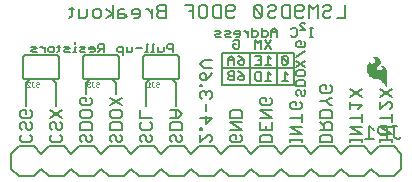
<source format=gbr>
G04 EAGLE Gerber RS-274X export*
G75*
%MOMM*%
%FSLAX34Y34*%
%LPD*%
%INSilkscreen Bottom*%
%IPPOS*%
%AMOC8*
5,1,8,0,0,1.08239X$1,22.5*%
G01*
%ADD10C,0.177800*%
%ADD11C,0.203200*%
%ADD12C,0.127000*%
%ADD13C,0.152400*%
%ADD14C,0.025400*%

G36*
X318115Y75890D02*
X318115Y75890D01*
X318115Y89690D01*
X318115Y89691D01*
X318015Y90491D01*
X317815Y91191D01*
X317814Y91192D01*
X317814Y91193D01*
X317214Y92193D01*
X317213Y92193D01*
X317213Y92194D01*
X316713Y92594D01*
X316313Y92894D01*
X316312Y92894D01*
X316312Y92895D01*
X315812Y93095D01*
X315811Y93094D01*
X315811Y93095D01*
X315311Y93195D01*
X314711Y93295D01*
X314710Y93295D01*
X313510Y93295D01*
X313509Y93294D01*
X313508Y93294D01*
X313108Y93094D01*
X313107Y93094D01*
X313107Y93092D01*
X313105Y93088D01*
X313107Y93088D01*
X313106Y93086D01*
X313206Y92986D01*
X313208Y92986D01*
X313608Y92786D01*
X313608Y92785D01*
X313907Y92686D01*
X314106Y92486D01*
X314306Y92286D01*
X314506Y92087D01*
X314605Y91789D01*
X314605Y91391D01*
X314506Y91092D01*
X314306Y90793D01*
X313707Y90194D01*
X313209Y89995D01*
X312710Y89895D01*
X311911Y89895D01*
X311112Y90095D01*
X310513Y90494D01*
X310114Y90993D01*
X309915Y91591D01*
X309915Y92289D01*
X310214Y93087D01*
X310914Y93786D01*
X310914Y93787D01*
X311714Y94687D01*
X312414Y95487D01*
X312414Y95488D01*
X312914Y96388D01*
X312914Y96389D01*
X312915Y96389D01*
X313115Y97289D01*
X313115Y97290D01*
X313115Y98090D01*
X313114Y98091D01*
X313115Y98092D01*
X312815Y98992D01*
X312814Y98992D01*
X312814Y98993D01*
X312314Y99793D01*
X312313Y99793D01*
X312313Y99794D01*
X311413Y100494D01*
X311412Y100494D01*
X310312Y101094D01*
X310311Y101094D01*
X310311Y101095D01*
X309211Y101295D01*
X309210Y101295D01*
X308210Y101295D01*
X308209Y101295D01*
X307309Y101095D01*
X307308Y101094D01*
X305908Y100394D01*
X305907Y100394D01*
X305507Y100094D01*
X305506Y100094D01*
X305406Y99994D01*
X305406Y99992D01*
X305405Y99991D01*
X305406Y99989D01*
X305406Y99987D01*
X305408Y99987D01*
X305410Y99985D01*
X305510Y99985D01*
X305511Y99986D01*
X305512Y99986D01*
X305711Y100085D01*
X306309Y100085D01*
X306709Y99985D01*
X307208Y99885D01*
X307607Y99686D01*
X308006Y99387D01*
X308206Y99088D01*
X308305Y98888D01*
X308405Y98589D01*
X308405Y97991D01*
X308305Y97592D01*
X308106Y97293D01*
X307906Y96993D01*
X307307Y96394D01*
X306907Y96094D01*
X306608Y95894D01*
X306208Y95695D01*
X305409Y95495D01*
X305111Y95495D01*
X304813Y95594D01*
X304514Y95893D01*
X304415Y96092D01*
X304315Y96391D01*
X304315Y97290D01*
X304314Y97291D01*
X304315Y97292D01*
X304313Y97293D01*
X304311Y97295D01*
X304309Y97294D01*
X304307Y97294D01*
X303507Y96794D01*
X303507Y96793D01*
X303506Y96793D01*
X302706Y95893D01*
X302006Y94793D01*
X302006Y94792D01*
X302005Y94792D01*
X301505Y93292D01*
X301505Y93291D01*
X301205Y91691D01*
X301206Y91690D01*
X301205Y91690D01*
X301305Y89990D01*
X301306Y89989D01*
X301305Y89989D01*
X301805Y88089D01*
X301806Y88088D01*
X302806Y86288D01*
X302806Y86287D01*
X303506Y85387D01*
X303507Y85387D01*
X303506Y85386D01*
X304306Y84586D01*
X304307Y84586D01*
X305107Y83886D01*
X306107Y83286D01*
X306108Y83286D01*
X306108Y83285D01*
X307108Y82885D01*
X307109Y82886D01*
X307109Y82885D01*
X308209Y82585D01*
X309409Y82385D01*
X309410Y82385D01*
X311310Y82385D01*
X311908Y82285D01*
X312407Y81986D01*
X312907Y81686D01*
X313906Y80686D01*
X314506Y79987D01*
X315106Y79287D01*
X315106Y79286D01*
X316306Y78087D01*
X316806Y77487D01*
X316807Y77487D01*
X316806Y77486D01*
X317306Y76987D01*
X317606Y76487D01*
X317607Y76487D01*
X317606Y76486D01*
X318105Y75988D01*
X318105Y75890D01*
X318109Y75885D01*
X318115Y75890D01*
G37*
D10*
X312674Y28829D02*
X312674Y32049D01*
X312674Y30439D02*
X322334Y30439D01*
X322334Y28829D02*
X322334Y32049D01*
X322334Y35845D02*
X312674Y35845D01*
X312674Y42286D02*
X322334Y35845D01*
X322334Y42286D02*
X312674Y42286D01*
X312674Y49590D02*
X322334Y49590D01*
X322334Y46370D02*
X322334Y52810D01*
X312674Y56895D02*
X312674Y63335D01*
X312674Y56895D02*
X319114Y63335D01*
X320724Y63335D01*
X322334Y61725D01*
X322334Y58505D01*
X320724Y56895D01*
X322334Y67419D02*
X312674Y73859D01*
X312674Y67419D02*
X322334Y73859D01*
X287274Y32049D02*
X287274Y28829D01*
X287274Y30439D02*
X296934Y30439D01*
X296934Y28829D02*
X296934Y32049D01*
X296934Y35845D02*
X287274Y35845D01*
X287274Y42286D02*
X296934Y35845D01*
X296934Y42286D02*
X287274Y42286D01*
X287274Y49590D02*
X296934Y49590D01*
X296934Y46370D02*
X296934Y52810D01*
X293714Y56895D02*
X296934Y60115D01*
X287274Y60115D01*
X287274Y56895D02*
X287274Y63335D01*
X296934Y67419D02*
X287274Y73859D01*
X287274Y67419D02*
X296934Y73859D01*
X271534Y28829D02*
X261874Y28829D01*
X261874Y33659D01*
X263484Y35269D01*
X269924Y35269D01*
X271534Y33659D01*
X271534Y28829D01*
X271534Y39354D02*
X261874Y39354D01*
X271534Y39354D02*
X271534Y44184D01*
X269924Y45794D01*
X266704Y45794D01*
X265094Y44184D01*
X265094Y39354D01*
X265094Y42574D02*
X261874Y45794D01*
X261874Y49878D02*
X271534Y49878D01*
X261874Y49878D02*
X261874Y54708D01*
X263484Y56318D01*
X269924Y56318D01*
X271534Y54708D01*
X271534Y49878D01*
X271534Y60403D02*
X269924Y60403D01*
X266704Y63623D01*
X269924Y66843D01*
X271534Y66843D01*
X266704Y63623D02*
X261874Y63623D01*
X271534Y75758D02*
X269924Y77368D01*
X271534Y75758D02*
X271534Y72537D01*
X269924Y70927D01*
X263484Y70927D01*
X261874Y72537D01*
X261874Y75758D01*
X263484Y77368D01*
X266704Y77368D01*
X266704Y74147D01*
X236474Y32049D02*
X236474Y28829D01*
X236474Y30439D02*
X246134Y30439D01*
X246134Y28829D02*
X246134Y32049D01*
X246134Y35845D02*
X236474Y35845D01*
X236474Y42286D02*
X246134Y35845D01*
X246134Y42286D02*
X236474Y42286D01*
X236474Y49590D02*
X246134Y49590D01*
X246134Y46370D02*
X246134Y52810D01*
X246134Y61725D02*
X244524Y63335D01*
X246134Y61725D02*
X246134Y58505D01*
X244524Y56895D01*
X238084Y56895D01*
X236474Y58505D01*
X236474Y61725D01*
X238084Y63335D01*
X241304Y63335D01*
X241304Y60115D01*
X220734Y28829D02*
X211074Y28829D01*
X211074Y33659D01*
X212684Y35269D01*
X219124Y35269D01*
X220734Y33659D01*
X220734Y28829D01*
X220734Y39354D02*
X220734Y45794D01*
X220734Y39354D02*
X211074Y39354D01*
X211074Y45794D01*
X215904Y42574D02*
X215904Y39354D01*
X211074Y49878D02*
X220734Y49878D01*
X211074Y56318D01*
X220734Y56318D01*
X220734Y65233D02*
X219124Y66843D01*
X220734Y65233D02*
X220734Y62013D01*
X219124Y60403D01*
X212684Y60403D01*
X211074Y62013D01*
X211074Y65233D01*
X212684Y66843D01*
X215904Y66843D01*
X215904Y63623D01*
X160274Y35269D02*
X160274Y28829D01*
X166714Y35269D01*
X168324Y35269D01*
X169934Y33659D01*
X169934Y30439D01*
X168324Y28829D01*
X161884Y39354D02*
X160274Y39354D01*
X161884Y39354D02*
X161884Y40964D01*
X160274Y40964D01*
X160274Y39354D01*
X160274Y49446D02*
X169934Y49446D01*
X165104Y44616D01*
X165104Y51056D01*
X165104Y55140D02*
X165104Y61581D01*
X168324Y65665D02*
X169934Y67275D01*
X169934Y70495D01*
X168324Y72105D01*
X166714Y72105D01*
X165104Y70495D01*
X165104Y68885D01*
X165104Y70495D02*
X163494Y72105D01*
X161884Y72105D01*
X160274Y70495D01*
X160274Y67275D01*
X161884Y65665D01*
X161884Y76190D02*
X160274Y76190D01*
X161884Y76190D02*
X161884Y77800D01*
X160274Y77800D01*
X160274Y76190D01*
X168324Y84672D02*
X169934Y87892D01*
X168324Y84672D02*
X165104Y81452D01*
X161884Y81452D01*
X160274Y83062D01*
X160274Y86282D01*
X161884Y87892D01*
X163494Y87892D01*
X165104Y86282D01*
X165104Y81452D01*
X163494Y91977D02*
X169934Y91977D01*
X163494Y91977D02*
X160274Y95197D01*
X163494Y98417D01*
X169934Y98417D01*
X193724Y35269D02*
X195334Y33659D01*
X195334Y30439D01*
X193724Y28829D01*
X187284Y28829D01*
X185674Y30439D01*
X185674Y33659D01*
X187284Y35269D01*
X190504Y35269D01*
X190504Y32049D01*
X185674Y39354D02*
X195334Y39354D01*
X185674Y45794D01*
X195334Y45794D01*
X195334Y49878D02*
X185674Y49878D01*
X185674Y54708D01*
X187284Y56318D01*
X193724Y56318D01*
X195334Y54708D01*
X195334Y49878D01*
X144534Y33659D02*
X142924Y35269D01*
X144534Y33659D02*
X144534Y30439D01*
X142924Y28829D01*
X141314Y28829D01*
X139704Y30439D01*
X139704Y33659D01*
X138094Y35269D01*
X136484Y35269D01*
X134874Y33659D01*
X134874Y30439D01*
X136484Y28829D01*
X134874Y39354D02*
X144534Y39354D01*
X134874Y39354D02*
X134874Y44184D01*
X136484Y45794D01*
X142924Y45794D01*
X144534Y44184D01*
X144534Y39354D01*
X141314Y49878D02*
X134874Y49878D01*
X141314Y49878D02*
X144534Y53098D01*
X141314Y56318D01*
X134874Y56318D01*
X139704Y56318D02*
X139704Y49878D01*
X119134Y33659D02*
X117524Y35269D01*
X119134Y33659D02*
X119134Y30439D01*
X117524Y28829D01*
X115914Y28829D01*
X114304Y30439D01*
X114304Y33659D01*
X112694Y35269D01*
X111084Y35269D01*
X109474Y33659D01*
X109474Y30439D01*
X111084Y28829D01*
X119134Y44184D02*
X117524Y45794D01*
X119134Y44184D02*
X119134Y40964D01*
X117524Y39354D01*
X111084Y39354D01*
X109474Y40964D01*
X109474Y44184D01*
X111084Y45794D01*
X109474Y49878D02*
X119134Y49878D01*
X109474Y49878D02*
X109474Y56318D01*
X92124Y35269D02*
X93734Y33659D01*
X93734Y30439D01*
X92124Y28829D01*
X90514Y28829D01*
X88904Y30439D01*
X88904Y33659D01*
X87294Y35269D01*
X85684Y35269D01*
X84074Y33659D01*
X84074Y30439D01*
X85684Y28829D01*
X84074Y39354D02*
X93734Y39354D01*
X84074Y39354D02*
X84074Y44184D01*
X85684Y45794D01*
X92124Y45794D01*
X93734Y44184D01*
X93734Y39354D01*
X93734Y51488D02*
X93734Y54708D01*
X93734Y51488D02*
X92124Y49878D01*
X85684Y49878D01*
X84074Y51488D01*
X84074Y54708D01*
X85684Y56318D01*
X92124Y56318D01*
X93734Y54708D01*
X93734Y60403D02*
X84074Y66843D01*
X84074Y60403D02*
X93734Y66843D01*
X66724Y35269D02*
X68334Y33659D01*
X68334Y30439D01*
X66724Y28829D01*
X65114Y28829D01*
X63504Y30439D01*
X63504Y33659D01*
X61894Y35269D01*
X60284Y35269D01*
X58674Y33659D01*
X58674Y30439D01*
X60284Y28829D01*
X58674Y39354D02*
X68334Y39354D01*
X58674Y39354D02*
X58674Y44184D01*
X60284Y45794D01*
X66724Y45794D01*
X68334Y44184D01*
X68334Y39354D01*
X68334Y51488D02*
X68334Y54708D01*
X68334Y51488D02*
X66724Y49878D01*
X60284Y49878D01*
X58674Y51488D01*
X58674Y54708D01*
X60284Y56318D01*
X66724Y56318D01*
X68334Y54708D01*
X68334Y65233D02*
X66724Y66843D01*
X68334Y65233D02*
X68334Y62013D01*
X66724Y60403D01*
X60284Y60403D01*
X58674Y62013D01*
X58674Y65233D01*
X60284Y66843D01*
X63504Y66843D01*
X63504Y63623D01*
X41324Y35269D02*
X42934Y33659D01*
X42934Y30439D01*
X41324Y28829D01*
X34884Y28829D01*
X33274Y30439D01*
X33274Y33659D01*
X34884Y35269D01*
X42934Y44184D02*
X41324Y45794D01*
X42934Y44184D02*
X42934Y40964D01*
X41324Y39354D01*
X39714Y39354D01*
X38104Y40964D01*
X38104Y44184D01*
X36494Y45794D01*
X34884Y45794D01*
X33274Y44184D01*
X33274Y40964D01*
X34884Y39354D01*
X42934Y49878D02*
X33274Y56318D01*
X33274Y49878D02*
X42934Y56318D01*
X17534Y33659D02*
X15924Y35269D01*
X17534Y33659D02*
X17534Y30439D01*
X15924Y28829D01*
X9484Y28829D01*
X7874Y30439D01*
X7874Y33659D01*
X9484Y35269D01*
X17534Y44184D02*
X15924Y45794D01*
X17534Y44184D02*
X17534Y40964D01*
X15924Y39354D01*
X14314Y39354D01*
X12704Y40964D01*
X12704Y44184D01*
X11094Y45794D01*
X9484Y45794D01*
X7874Y44184D01*
X7874Y40964D01*
X9484Y39354D01*
X17534Y54708D02*
X15924Y56318D01*
X17534Y54708D02*
X17534Y51488D01*
X15924Y49878D01*
X9484Y49878D01*
X7874Y51488D01*
X7874Y54708D01*
X9484Y56318D01*
X12704Y56318D01*
X12704Y53098D01*
D11*
X282973Y134366D02*
X282973Y145043D01*
X282973Y134366D02*
X275855Y134366D01*
X265940Y145043D02*
X264161Y143264D01*
X265940Y145043D02*
X269499Y145043D01*
X271279Y143264D01*
X271279Y141484D01*
X269499Y139705D01*
X265940Y139705D01*
X264161Y137925D01*
X264161Y136146D01*
X265940Y134366D01*
X269499Y134366D01*
X271279Y136146D01*
X259585Y134366D02*
X259585Y145043D01*
X256026Y141484D01*
X252467Y145043D01*
X252467Y134366D01*
X247891Y136146D02*
X246112Y134366D01*
X242552Y134366D01*
X240773Y136146D01*
X240773Y143264D01*
X242552Y145043D01*
X246112Y145043D01*
X247891Y143264D01*
X247891Y141484D01*
X246112Y139705D01*
X240773Y139705D01*
X236197Y145043D02*
X236197Y134366D01*
X230859Y134366D01*
X229079Y136146D01*
X229079Y143264D01*
X230859Y145043D01*
X236197Y145043D01*
X219165Y145043D02*
X217385Y143264D01*
X219165Y145043D02*
X222724Y145043D01*
X224503Y143264D01*
X224503Y141484D01*
X222724Y139705D01*
X219165Y139705D01*
X217385Y137925D01*
X217385Y136146D01*
X219165Y134366D01*
X222724Y134366D01*
X224503Y136146D01*
X212809Y136146D02*
X212809Y143264D01*
X211030Y145043D01*
X207471Y145043D01*
X205691Y143264D01*
X205691Y136146D01*
X207471Y134366D01*
X211030Y134366D01*
X212809Y136146D01*
X205691Y143264D01*
X189421Y136146D02*
X187642Y134366D01*
X184083Y134366D01*
X182303Y136146D01*
X182303Y143264D01*
X184083Y145043D01*
X187642Y145043D01*
X189421Y143264D01*
X189421Y141484D01*
X187642Y139705D01*
X182303Y139705D01*
X177727Y145043D02*
X177727Y134366D01*
X172389Y134366D01*
X170609Y136146D01*
X170609Y143264D01*
X172389Y145043D01*
X177727Y145043D01*
X164254Y145043D02*
X160695Y145043D01*
X164254Y145043D02*
X166033Y143264D01*
X166033Y136146D01*
X164254Y134366D01*
X160695Y134366D01*
X158915Y136146D01*
X158915Y143264D01*
X160695Y145043D01*
X154339Y145043D02*
X154339Y134366D01*
X154339Y145043D02*
X147221Y145043D01*
X150780Y139705D02*
X154339Y139705D01*
X130951Y134366D02*
X130951Y145043D01*
X125613Y145043D01*
X123833Y143264D01*
X123833Y141484D01*
X125613Y139705D01*
X123833Y137925D01*
X123833Y136146D01*
X125613Y134366D01*
X130951Y134366D01*
X130951Y139705D02*
X125613Y139705D01*
X119257Y141484D02*
X119257Y134366D01*
X119257Y137925D02*
X115698Y141484D01*
X113919Y141484D01*
X107733Y134366D02*
X104174Y134366D01*
X107733Y134366D02*
X109512Y136146D01*
X109512Y139705D01*
X107733Y141484D01*
X104174Y141484D01*
X102394Y139705D01*
X102394Y137925D01*
X109512Y137925D01*
X96039Y141484D02*
X92480Y141484D01*
X90700Y139705D01*
X90700Y134366D01*
X96039Y134366D01*
X97818Y136146D01*
X96039Y137925D01*
X90700Y137925D01*
X86124Y134366D02*
X86124Y145043D01*
X86124Y137925D02*
X80786Y134366D01*
X86124Y137925D02*
X80786Y141484D01*
X74600Y134366D02*
X71041Y134366D01*
X69261Y136146D01*
X69261Y139705D01*
X71041Y141484D01*
X74600Y141484D01*
X76380Y139705D01*
X76380Y136146D01*
X74600Y134366D01*
X64686Y136146D02*
X64686Y141484D01*
X64686Y136146D02*
X62906Y134366D01*
X57567Y134366D01*
X57567Y141484D01*
X51212Y143264D02*
X51212Y136146D01*
X49433Y134366D01*
X49433Y141484D02*
X52992Y141484D01*
X139700Y78740D02*
X139700Y59690D01*
X139700Y78740D02*
X136144Y82296D01*
X114300Y78740D02*
X114300Y59690D01*
X114300Y78740D02*
X117856Y82296D01*
X88900Y78740D02*
X88900Y69850D01*
X38100Y78740D02*
X38100Y59690D01*
X63500Y69850D02*
X63500Y78740D01*
X12700Y78740D02*
X12700Y59690D01*
X85344Y82296D02*
X88900Y78740D01*
X67056Y82296D02*
X63500Y78740D01*
X38100Y78740D02*
X34544Y82296D01*
X16256Y82296D02*
X12700Y78740D01*
D12*
X137192Y105029D02*
X137192Y112401D01*
X133506Y112401D01*
X132278Y111173D01*
X132278Y108715D01*
X133506Y107486D01*
X137192Y107486D01*
X129240Y106258D02*
X129240Y109944D01*
X129240Y106258D02*
X128012Y105029D01*
X124326Y105029D01*
X124326Y109944D01*
X121289Y112401D02*
X120060Y112401D01*
X120060Y105029D01*
X121289Y105029D02*
X118831Y105029D01*
X115987Y112401D02*
X114759Y112401D01*
X114759Y105029D01*
X115987Y105029D02*
X113530Y105029D01*
X110686Y108715D02*
X105771Y108715D01*
X102734Y109944D02*
X102734Y106258D01*
X101505Y105029D01*
X97819Y105029D01*
X97819Y109944D01*
X94782Y109944D02*
X94782Y102572D01*
X94782Y109944D02*
X91096Y109944D01*
X89867Y108715D01*
X89867Y106258D01*
X91096Y105029D01*
X94782Y105029D01*
X78878Y105029D02*
X78878Y112401D01*
X75192Y112401D01*
X73964Y111173D01*
X73964Y108715D01*
X75192Y107486D01*
X78878Y107486D01*
X76421Y107486D02*
X73964Y105029D01*
X69698Y105029D02*
X67240Y105029D01*
X69698Y105029D02*
X70927Y106258D01*
X70927Y108715D01*
X69698Y109944D01*
X67240Y109944D01*
X66012Y108715D01*
X66012Y107486D01*
X70927Y107486D01*
X62975Y105029D02*
X59288Y105029D01*
X58060Y106258D01*
X59288Y107486D01*
X61746Y107486D01*
X62975Y108715D01*
X61746Y109944D01*
X58060Y109944D01*
X55023Y109944D02*
X53794Y109944D01*
X53794Y105029D01*
X55023Y105029D02*
X52565Y105029D01*
X53794Y112401D02*
X53794Y113630D01*
X49721Y105029D02*
X46035Y105029D01*
X44807Y106258D01*
X46035Y107486D01*
X48493Y107486D01*
X49721Y108715D01*
X48493Y109944D01*
X44807Y109944D01*
X40541Y111173D02*
X40541Y106258D01*
X39312Y105029D01*
X39312Y109944D02*
X41770Y109944D01*
X35240Y105029D02*
X32782Y105029D01*
X31553Y106258D01*
X31553Y108715D01*
X32782Y109944D01*
X35240Y109944D01*
X36468Y108715D01*
X36468Y106258D01*
X35240Y105029D01*
X28516Y105029D02*
X28516Y109944D01*
X26059Y109944D02*
X28516Y107486D01*
X26059Y109944D02*
X24830Y109944D01*
X21890Y105029D02*
X18204Y105029D01*
X16975Y106258D01*
X18204Y107486D01*
X20661Y107486D01*
X21890Y108715D01*
X20661Y109944D01*
X16975Y109944D01*
X234344Y100907D02*
X234344Y95823D01*
X234344Y100907D02*
X233073Y102178D01*
X230531Y102178D01*
X229260Y100907D01*
X229260Y95823D01*
X230531Y94552D01*
X233073Y94552D01*
X234344Y95823D01*
X229260Y100907D01*
X231802Y88843D02*
X234344Y86301D01*
X231802Y88843D02*
X231802Y81217D01*
X234344Y81217D02*
X229260Y81217D01*
X224790Y77470D02*
X239268Y77470D01*
X224790Y77470D02*
X201930Y77470D01*
X178816Y77470D01*
X178816Y91694D01*
X178816Y104902D01*
X201930Y104902D01*
X224790Y104902D01*
X239268Y104902D01*
X239268Y77470D01*
X224790Y77470D02*
X224790Y104902D01*
X201930Y104902D02*
X201930Y77470D01*
X247909Y73364D02*
X249181Y72093D01*
X249181Y69551D01*
X247909Y68280D01*
X246638Y68280D01*
X245367Y69551D01*
X245367Y72093D01*
X244096Y73364D01*
X242825Y73364D01*
X241554Y72093D01*
X241554Y69551D01*
X242825Y68280D01*
X241554Y76465D02*
X249181Y76465D01*
X241554Y76465D02*
X241554Y80279D01*
X242825Y81550D01*
X247909Y81550D01*
X249181Y80279D01*
X249181Y76465D01*
X249181Y85922D02*
X249181Y88464D01*
X249181Y85922D02*
X247909Y84651D01*
X242825Y84651D01*
X241554Y85922D01*
X241554Y88464D01*
X242825Y89736D01*
X247909Y89736D01*
X249181Y88464D01*
X249181Y92837D02*
X241554Y97921D01*
X241554Y92837D02*
X249181Y97921D01*
X249181Y106107D02*
X241554Y101023D01*
X249181Y113022D02*
X247909Y114293D01*
X249181Y113022D02*
X249181Y110480D01*
X247909Y109209D01*
X242825Y109209D01*
X241554Y110480D01*
X241554Y113022D01*
X242825Y114293D01*
X245367Y114293D01*
X245367Y111751D01*
X189383Y115704D02*
X188112Y114432D01*
X189383Y115704D02*
X191925Y115704D01*
X193196Y114432D01*
X193196Y109348D01*
X191925Y108077D01*
X189383Y108077D01*
X188112Y109348D01*
X188112Y111890D01*
X190654Y111890D01*
X192204Y102369D02*
X194747Y101097D01*
X197289Y98555D01*
X197289Y96013D01*
X196018Y94742D01*
X193476Y94742D01*
X192204Y96013D01*
X192204Y97284D01*
X193476Y98555D01*
X197289Y98555D01*
X189103Y99826D02*
X189103Y94742D01*
X189103Y99826D02*
X186561Y102369D01*
X184019Y99826D01*
X184019Y94742D01*
X184019Y98555D02*
X189103Y98555D01*
X192204Y89034D02*
X194747Y87762D01*
X197289Y85220D01*
X197289Y82678D01*
X196018Y81407D01*
X193476Y81407D01*
X192204Y82678D01*
X192204Y83949D01*
X193476Y85220D01*
X197289Y85220D01*
X189103Y81407D02*
X189103Y89034D01*
X185290Y89034D01*
X184019Y87762D01*
X184019Y86491D01*
X185290Y85220D01*
X184019Y83949D01*
X184019Y82678D01*
X185290Y81407D01*
X189103Y81407D01*
X189103Y85220D02*
X185290Y85220D01*
X214810Y107823D02*
X219895Y115450D01*
X214810Y115450D02*
X219895Y107823D01*
X211709Y107823D02*
X211709Y115450D01*
X209167Y112907D01*
X206625Y115450D01*
X206625Y107823D01*
X217353Y102115D02*
X219895Y99572D01*
X217353Y102115D02*
X217353Y94488D01*
X219895Y94488D02*
X214810Y94488D01*
X211709Y102115D02*
X206625Y102115D01*
X211709Y102115D02*
X211709Y94488D01*
X206625Y94488D01*
X209167Y98301D02*
X211709Y98301D01*
X217353Y88780D02*
X219895Y86237D01*
X217353Y88780D02*
X217353Y81153D01*
X219895Y81153D02*
X214810Y81153D01*
X211709Y81153D02*
X211709Y88780D01*
X211709Y81153D02*
X207896Y81153D01*
X206625Y82424D01*
X206625Y87508D01*
X207896Y88780D01*
X211709Y88780D01*
X252904Y118110D02*
X255446Y118110D01*
X254175Y118110D02*
X254175Y125737D01*
X255446Y125737D02*
X252904Y125737D01*
X237990Y125737D02*
X236719Y124465D01*
X237990Y125737D02*
X240532Y125737D01*
X241803Y124465D01*
X241803Y119381D01*
X240532Y118110D01*
X237990Y118110D01*
X236719Y119381D01*
X225432Y118110D02*
X225432Y123194D01*
X222890Y125737D01*
X220348Y123194D01*
X220348Y118110D01*
X220348Y121923D02*
X225432Y121923D01*
X212162Y118110D02*
X212162Y125737D01*
X212162Y118110D02*
X215975Y118110D01*
X217246Y119381D01*
X217246Y121923D01*
X215975Y123194D01*
X212162Y123194D01*
X203976Y125737D02*
X203976Y118110D01*
X207789Y118110D01*
X209060Y119381D01*
X209060Y121923D01*
X207789Y123194D01*
X203976Y123194D01*
X200875Y123194D02*
X200875Y118110D01*
X200875Y120652D02*
X198332Y123194D01*
X197061Y123194D01*
X192782Y118110D02*
X190240Y118110D01*
X192782Y118110D02*
X194053Y119381D01*
X194053Y121923D01*
X192782Y123194D01*
X190240Y123194D01*
X188969Y121923D01*
X188969Y120652D01*
X194053Y120652D01*
X185867Y118110D02*
X182054Y118110D01*
X180783Y119381D01*
X182054Y120652D01*
X184596Y120652D01*
X185867Y121923D01*
X184596Y123194D01*
X180783Y123194D01*
X177682Y118110D02*
X173868Y118110D01*
X172597Y119381D01*
X173868Y120652D01*
X176410Y120652D01*
X177682Y121923D01*
X176410Y123194D01*
X172597Y123194D01*
X178816Y91694D02*
X239014Y91694D01*
X245016Y123825D02*
X249253Y123825D01*
X245016Y128062D01*
X245016Y129121D01*
X246076Y130180D01*
X248194Y130180D01*
X249253Y129121D01*
D13*
X139700Y102870D02*
X114300Y102870D01*
X139700Y82550D02*
X139800Y82552D01*
X139899Y82558D01*
X139999Y82568D01*
X140097Y82581D01*
X140196Y82599D01*
X140293Y82620D01*
X140389Y82645D01*
X140485Y82674D01*
X140579Y82707D01*
X140672Y82743D01*
X140763Y82783D01*
X140853Y82827D01*
X140941Y82874D01*
X141027Y82924D01*
X141111Y82978D01*
X141193Y83035D01*
X141272Y83095D01*
X141350Y83159D01*
X141424Y83225D01*
X141496Y83294D01*
X141565Y83366D01*
X141631Y83440D01*
X141695Y83518D01*
X141755Y83597D01*
X141812Y83679D01*
X141866Y83763D01*
X141916Y83849D01*
X141963Y83937D01*
X142007Y84027D01*
X142047Y84118D01*
X142083Y84211D01*
X142116Y84305D01*
X142145Y84401D01*
X142170Y84497D01*
X142191Y84594D01*
X142209Y84693D01*
X142222Y84791D01*
X142232Y84891D01*
X142238Y84990D01*
X142240Y85090D01*
X114300Y82550D02*
X114200Y82552D01*
X114101Y82558D01*
X114001Y82568D01*
X113903Y82581D01*
X113804Y82599D01*
X113707Y82620D01*
X113611Y82645D01*
X113515Y82674D01*
X113421Y82707D01*
X113328Y82743D01*
X113237Y82783D01*
X113147Y82827D01*
X113059Y82874D01*
X112973Y82924D01*
X112889Y82978D01*
X112807Y83035D01*
X112728Y83095D01*
X112650Y83159D01*
X112576Y83225D01*
X112504Y83294D01*
X112435Y83366D01*
X112369Y83440D01*
X112305Y83518D01*
X112245Y83597D01*
X112188Y83679D01*
X112134Y83763D01*
X112084Y83849D01*
X112037Y83937D01*
X111993Y84027D01*
X111953Y84118D01*
X111917Y84211D01*
X111884Y84305D01*
X111855Y84401D01*
X111830Y84497D01*
X111809Y84594D01*
X111791Y84693D01*
X111778Y84791D01*
X111768Y84891D01*
X111762Y84990D01*
X111760Y85090D01*
X111760Y100330D02*
X111762Y100430D01*
X111768Y100529D01*
X111778Y100629D01*
X111791Y100727D01*
X111809Y100826D01*
X111830Y100923D01*
X111855Y101019D01*
X111884Y101115D01*
X111917Y101209D01*
X111953Y101302D01*
X111993Y101393D01*
X112037Y101483D01*
X112084Y101571D01*
X112134Y101657D01*
X112188Y101741D01*
X112245Y101823D01*
X112305Y101902D01*
X112369Y101980D01*
X112435Y102054D01*
X112504Y102126D01*
X112576Y102195D01*
X112650Y102261D01*
X112728Y102325D01*
X112807Y102385D01*
X112889Y102442D01*
X112973Y102496D01*
X113059Y102546D01*
X113147Y102593D01*
X113237Y102637D01*
X113328Y102677D01*
X113421Y102713D01*
X113515Y102746D01*
X113611Y102775D01*
X113707Y102800D01*
X113804Y102821D01*
X113903Y102839D01*
X114001Y102852D01*
X114101Y102862D01*
X114200Y102868D01*
X114300Y102870D01*
X139700Y102870D02*
X139800Y102868D01*
X139899Y102862D01*
X139999Y102852D01*
X140097Y102839D01*
X140196Y102821D01*
X140293Y102800D01*
X140389Y102775D01*
X140485Y102746D01*
X140579Y102713D01*
X140672Y102677D01*
X140763Y102637D01*
X140853Y102593D01*
X140941Y102546D01*
X141027Y102496D01*
X141111Y102442D01*
X141193Y102385D01*
X141272Y102325D01*
X141350Y102261D01*
X141424Y102195D01*
X141496Y102126D01*
X141565Y102054D01*
X141631Y101980D01*
X141695Y101902D01*
X141755Y101823D01*
X141812Y101741D01*
X141866Y101657D01*
X141916Y101571D01*
X141963Y101483D01*
X142007Y101393D01*
X142047Y101302D01*
X142083Y101209D01*
X142116Y101115D01*
X142145Y101019D01*
X142170Y100923D01*
X142191Y100826D01*
X142209Y100727D01*
X142222Y100629D01*
X142232Y100529D01*
X142238Y100430D01*
X142240Y100330D01*
X142240Y85090D01*
X111760Y85090D02*
X111760Y100330D01*
X114300Y82550D02*
X139700Y82550D01*
D14*
X123493Y79886D02*
X122857Y79251D01*
X123493Y79886D02*
X124764Y79886D01*
X125399Y79251D01*
X125399Y78615D01*
X124764Y77980D01*
X123493Y77980D01*
X122857Y77344D01*
X122857Y76709D01*
X123493Y76073D01*
X124764Y76073D01*
X125399Y76709D01*
X121657Y76709D02*
X121022Y76073D01*
X120386Y76073D01*
X119751Y76709D01*
X119751Y79886D01*
X120386Y79886D02*
X119115Y79886D01*
X117915Y78615D02*
X116644Y79886D01*
X116644Y76073D01*
X117915Y76073D02*
X115373Y76073D01*
D11*
X158750Y25400D02*
X171450Y25400D01*
X158750Y25400D02*
X152400Y19050D01*
X152400Y6350D02*
X158750Y0D01*
X196850Y25400D02*
X203200Y19050D01*
X196850Y25400D02*
X184150Y25400D01*
X177800Y19050D01*
X177800Y6350D02*
X184150Y0D01*
X196850Y0D01*
X203200Y6350D01*
X177800Y19050D02*
X171450Y25400D01*
X177800Y6350D02*
X171450Y0D01*
X158750Y0D01*
X234950Y25400D02*
X247650Y25400D01*
X234950Y25400D02*
X228600Y19050D01*
X228600Y6350D02*
X234950Y0D01*
X228600Y19050D02*
X222250Y25400D01*
X209550Y25400D01*
X203200Y19050D01*
X203200Y6350D02*
X209550Y0D01*
X222250Y0D01*
X228600Y6350D01*
X273050Y25400D02*
X279400Y19050D01*
X273050Y25400D02*
X260350Y25400D01*
X254000Y19050D01*
X254000Y6350D02*
X260350Y0D01*
X273050Y0D01*
X279400Y6350D01*
X254000Y19050D02*
X247650Y25400D01*
X254000Y6350D02*
X247650Y0D01*
X234950Y0D01*
X311150Y25400D02*
X323850Y25400D01*
X311150Y25400D02*
X304800Y19050D01*
X304800Y6350D02*
X311150Y0D01*
X304800Y19050D02*
X298450Y25400D01*
X285750Y25400D01*
X279400Y19050D01*
X279400Y6350D02*
X285750Y0D01*
X298450Y0D01*
X304800Y6350D01*
X330200Y6350D02*
X330200Y19050D01*
X323850Y25400D01*
X330200Y6350D02*
X323850Y0D01*
X311150Y0D01*
X25400Y19050D02*
X19050Y25400D01*
X6350Y25400D01*
X0Y19050D01*
X0Y6350D02*
X6350Y0D01*
X19050Y0D01*
X25400Y6350D01*
X0Y6350D02*
X0Y19050D01*
X57150Y25400D02*
X69850Y25400D01*
X57150Y25400D02*
X50800Y19050D01*
X50800Y6350D02*
X57150Y0D01*
X50800Y19050D02*
X44450Y25400D01*
X31750Y25400D01*
X25400Y19050D01*
X25400Y6350D02*
X31750Y0D01*
X44450Y0D01*
X50800Y6350D01*
X95250Y25400D02*
X101600Y19050D01*
X95250Y25400D02*
X82550Y25400D01*
X76200Y19050D01*
X76200Y6350D02*
X82550Y0D01*
X95250Y0D01*
X101600Y6350D01*
X76200Y19050D02*
X69850Y25400D01*
X76200Y6350D02*
X69850Y0D01*
X57150Y0D01*
X133350Y25400D02*
X146050Y25400D01*
X133350Y25400D02*
X127000Y19050D01*
X127000Y6350D02*
X133350Y0D01*
X127000Y19050D02*
X120650Y25400D01*
X107950Y25400D01*
X101600Y19050D01*
X101600Y6350D02*
X107950Y0D01*
X120650Y0D01*
X127000Y6350D01*
X146050Y25400D02*
X152400Y19050D01*
X152400Y6350D02*
X146050Y0D01*
X133350Y0D01*
D12*
X328420Y31623D02*
X330327Y33530D01*
X328420Y31623D02*
X326514Y31623D01*
X324607Y33530D01*
X324607Y43063D01*
X322701Y43063D02*
X326514Y43063D01*
X318633Y43063D02*
X318633Y31623D01*
X318633Y43063D02*
X312913Y43063D01*
X311007Y41156D01*
X311007Y37343D01*
X312913Y35436D01*
X318633Y35436D01*
X306939Y39250D02*
X303126Y43063D01*
X303126Y31623D01*
X306939Y31623D02*
X299313Y31623D01*
D13*
X38100Y102870D02*
X12700Y102870D01*
X38100Y82550D02*
X38200Y82552D01*
X38299Y82558D01*
X38399Y82568D01*
X38497Y82581D01*
X38596Y82599D01*
X38693Y82620D01*
X38789Y82645D01*
X38885Y82674D01*
X38979Y82707D01*
X39072Y82743D01*
X39163Y82783D01*
X39253Y82827D01*
X39341Y82874D01*
X39427Y82924D01*
X39511Y82978D01*
X39593Y83035D01*
X39672Y83095D01*
X39750Y83159D01*
X39824Y83225D01*
X39896Y83294D01*
X39965Y83366D01*
X40031Y83440D01*
X40095Y83518D01*
X40155Y83597D01*
X40212Y83679D01*
X40266Y83763D01*
X40316Y83849D01*
X40363Y83937D01*
X40407Y84027D01*
X40447Y84118D01*
X40483Y84211D01*
X40516Y84305D01*
X40545Y84401D01*
X40570Y84497D01*
X40591Y84594D01*
X40609Y84693D01*
X40622Y84791D01*
X40632Y84891D01*
X40638Y84990D01*
X40640Y85090D01*
X12700Y82550D02*
X12600Y82552D01*
X12501Y82558D01*
X12401Y82568D01*
X12303Y82581D01*
X12204Y82599D01*
X12107Y82620D01*
X12011Y82645D01*
X11915Y82674D01*
X11821Y82707D01*
X11728Y82743D01*
X11637Y82783D01*
X11547Y82827D01*
X11459Y82874D01*
X11373Y82924D01*
X11289Y82978D01*
X11207Y83035D01*
X11128Y83095D01*
X11050Y83159D01*
X10976Y83225D01*
X10904Y83294D01*
X10835Y83366D01*
X10769Y83440D01*
X10705Y83518D01*
X10645Y83597D01*
X10588Y83679D01*
X10534Y83763D01*
X10484Y83849D01*
X10437Y83937D01*
X10393Y84027D01*
X10353Y84118D01*
X10317Y84211D01*
X10284Y84305D01*
X10255Y84401D01*
X10230Y84497D01*
X10209Y84594D01*
X10191Y84693D01*
X10178Y84791D01*
X10168Y84891D01*
X10162Y84990D01*
X10160Y85090D01*
X10160Y100330D02*
X10162Y100430D01*
X10168Y100529D01*
X10178Y100629D01*
X10191Y100727D01*
X10209Y100826D01*
X10230Y100923D01*
X10255Y101019D01*
X10284Y101115D01*
X10317Y101209D01*
X10353Y101302D01*
X10393Y101393D01*
X10437Y101483D01*
X10484Y101571D01*
X10534Y101657D01*
X10588Y101741D01*
X10645Y101823D01*
X10705Y101902D01*
X10769Y101980D01*
X10835Y102054D01*
X10904Y102126D01*
X10976Y102195D01*
X11050Y102261D01*
X11128Y102325D01*
X11207Y102385D01*
X11289Y102442D01*
X11373Y102496D01*
X11459Y102546D01*
X11547Y102593D01*
X11637Y102637D01*
X11728Y102677D01*
X11821Y102713D01*
X11915Y102746D01*
X12011Y102775D01*
X12107Y102800D01*
X12204Y102821D01*
X12303Y102839D01*
X12401Y102852D01*
X12501Y102862D01*
X12600Y102868D01*
X12700Y102870D01*
X38100Y102870D02*
X38200Y102868D01*
X38299Y102862D01*
X38399Y102852D01*
X38497Y102839D01*
X38596Y102821D01*
X38693Y102800D01*
X38789Y102775D01*
X38885Y102746D01*
X38979Y102713D01*
X39072Y102677D01*
X39163Y102637D01*
X39253Y102593D01*
X39341Y102546D01*
X39427Y102496D01*
X39511Y102442D01*
X39593Y102385D01*
X39672Y102325D01*
X39750Y102261D01*
X39824Y102195D01*
X39896Y102126D01*
X39965Y102054D01*
X40031Y101980D01*
X40095Y101902D01*
X40155Y101823D01*
X40212Y101741D01*
X40266Y101657D01*
X40316Y101571D01*
X40363Y101483D01*
X40407Y101393D01*
X40447Y101302D01*
X40483Y101209D01*
X40516Y101115D01*
X40545Y101019D01*
X40570Y100923D01*
X40591Y100826D01*
X40609Y100727D01*
X40622Y100629D01*
X40632Y100529D01*
X40638Y100430D01*
X40640Y100330D01*
X40640Y85090D01*
X10160Y85090D02*
X10160Y100330D01*
X12700Y82550D02*
X38100Y82550D01*
D14*
X21893Y79886D02*
X21257Y79251D01*
X21893Y79886D02*
X23164Y79886D01*
X23799Y79251D01*
X23799Y78615D01*
X23164Y77980D01*
X21893Y77980D01*
X21257Y77344D01*
X21257Y76709D01*
X21893Y76073D01*
X23164Y76073D01*
X23799Y76709D01*
X20057Y76709D02*
X19422Y76073D01*
X18786Y76073D01*
X18151Y76709D01*
X18151Y79886D01*
X18786Y79886D02*
X17515Y79886D01*
X16315Y76073D02*
X13773Y76073D01*
X16315Y76073D02*
X13773Y78615D01*
X13773Y79251D01*
X14408Y79886D01*
X15680Y79886D01*
X16315Y79251D01*
D13*
X63500Y102870D02*
X88900Y102870D01*
X91440Y85090D02*
X91438Y84990D01*
X91432Y84891D01*
X91422Y84791D01*
X91409Y84693D01*
X91391Y84594D01*
X91370Y84497D01*
X91345Y84401D01*
X91316Y84305D01*
X91283Y84211D01*
X91247Y84118D01*
X91207Y84027D01*
X91163Y83937D01*
X91116Y83849D01*
X91066Y83763D01*
X91012Y83679D01*
X90955Y83597D01*
X90895Y83518D01*
X90831Y83440D01*
X90765Y83366D01*
X90696Y83294D01*
X90624Y83225D01*
X90550Y83159D01*
X90472Y83095D01*
X90393Y83035D01*
X90311Y82978D01*
X90227Y82924D01*
X90141Y82874D01*
X90053Y82827D01*
X89963Y82783D01*
X89872Y82743D01*
X89779Y82707D01*
X89685Y82674D01*
X89589Y82645D01*
X89493Y82620D01*
X89396Y82599D01*
X89297Y82581D01*
X89199Y82568D01*
X89099Y82558D01*
X89000Y82552D01*
X88900Y82550D01*
X63500Y82550D02*
X63400Y82552D01*
X63301Y82558D01*
X63201Y82568D01*
X63103Y82581D01*
X63004Y82599D01*
X62907Y82620D01*
X62811Y82645D01*
X62715Y82674D01*
X62621Y82707D01*
X62528Y82743D01*
X62437Y82783D01*
X62347Y82827D01*
X62259Y82874D01*
X62173Y82924D01*
X62089Y82978D01*
X62007Y83035D01*
X61928Y83095D01*
X61850Y83159D01*
X61776Y83225D01*
X61704Y83294D01*
X61635Y83366D01*
X61569Y83440D01*
X61505Y83518D01*
X61445Y83597D01*
X61388Y83679D01*
X61334Y83763D01*
X61284Y83849D01*
X61237Y83937D01*
X61193Y84027D01*
X61153Y84118D01*
X61117Y84211D01*
X61084Y84305D01*
X61055Y84401D01*
X61030Y84497D01*
X61009Y84594D01*
X60991Y84693D01*
X60978Y84791D01*
X60968Y84891D01*
X60962Y84990D01*
X60960Y85090D01*
X60960Y100330D02*
X60962Y100430D01*
X60968Y100529D01*
X60978Y100629D01*
X60991Y100727D01*
X61009Y100826D01*
X61030Y100923D01*
X61055Y101019D01*
X61084Y101115D01*
X61117Y101209D01*
X61153Y101302D01*
X61193Y101393D01*
X61237Y101483D01*
X61284Y101571D01*
X61334Y101657D01*
X61388Y101741D01*
X61445Y101823D01*
X61505Y101902D01*
X61569Y101980D01*
X61635Y102054D01*
X61704Y102126D01*
X61776Y102195D01*
X61850Y102261D01*
X61928Y102325D01*
X62007Y102385D01*
X62089Y102442D01*
X62173Y102496D01*
X62259Y102546D01*
X62347Y102593D01*
X62437Y102637D01*
X62528Y102677D01*
X62621Y102713D01*
X62715Y102746D01*
X62811Y102775D01*
X62907Y102800D01*
X63004Y102821D01*
X63103Y102839D01*
X63201Y102852D01*
X63301Y102862D01*
X63400Y102868D01*
X63500Y102870D01*
X88900Y102870D02*
X89000Y102868D01*
X89099Y102862D01*
X89199Y102852D01*
X89297Y102839D01*
X89396Y102821D01*
X89493Y102800D01*
X89589Y102775D01*
X89685Y102746D01*
X89779Y102713D01*
X89872Y102677D01*
X89963Y102637D01*
X90053Y102593D01*
X90141Y102546D01*
X90227Y102496D01*
X90311Y102442D01*
X90393Y102385D01*
X90472Y102325D01*
X90550Y102261D01*
X90624Y102195D01*
X90696Y102126D01*
X90765Y102054D01*
X90831Y101980D01*
X90895Y101902D01*
X90955Y101823D01*
X91012Y101741D01*
X91066Y101657D01*
X91116Y101571D01*
X91163Y101483D01*
X91207Y101393D01*
X91247Y101302D01*
X91283Y101209D01*
X91316Y101115D01*
X91345Y101019D01*
X91370Y100923D01*
X91391Y100826D01*
X91409Y100727D01*
X91422Y100629D01*
X91432Y100529D01*
X91438Y100430D01*
X91440Y100330D01*
X91440Y85090D01*
X60960Y85090D02*
X60960Y100330D01*
X63500Y82550D02*
X88900Y82550D01*
D14*
X72693Y79886D02*
X72057Y79251D01*
X72693Y79886D02*
X73964Y79886D01*
X74599Y79251D01*
X74599Y78615D01*
X73964Y77980D01*
X72693Y77980D01*
X72057Y77344D01*
X72057Y76709D01*
X72693Y76073D01*
X73964Y76073D01*
X74599Y76709D01*
X70857Y76709D02*
X70222Y76073D01*
X69586Y76073D01*
X68951Y76709D01*
X68951Y79886D01*
X69586Y79886D02*
X68315Y79886D01*
X67115Y79251D02*
X66480Y79886D01*
X65208Y79886D01*
X64573Y79251D01*
X64573Y78615D01*
X65208Y77980D01*
X65844Y77980D01*
X65208Y77980D02*
X64573Y77344D01*
X64573Y76709D01*
X65208Y76073D01*
X66480Y76073D01*
X67115Y76709D01*
M02*

</source>
